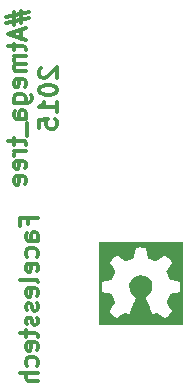
<source format=gbo>
G04 #@! TF.FileFunction,Legend,Bot*
%FSLAX46Y46*%
G04 Gerber Fmt 4.6, Leading zero omitted, Abs format (unit mm)*
G04 Created by KiCad (PCBNEW 4.0.0-rc2-stable) date Sat 14 Nov 2015 14:56:29 GMT*
%MOMM*%
G01*
G04 APERTURE LIST*
%ADD10C,0.100000*%
%ADD11C,0.300000*%
%ADD12C,0.002540*%
G04 APERTURE END LIST*
D10*
D11*
X149435429Y-93694572D02*
X149364000Y-93766001D01*
X149292571Y-93908858D01*
X149292571Y-94266001D01*
X149364000Y-94408858D01*
X149435429Y-94480287D01*
X149578286Y-94551715D01*
X149721143Y-94551715D01*
X149935429Y-94480287D01*
X150792571Y-93623144D01*
X150792571Y-94551715D01*
X149292571Y-95480286D02*
X149292571Y-95623143D01*
X149364000Y-95766000D01*
X149435429Y-95837429D01*
X149578286Y-95908858D01*
X149864000Y-95980286D01*
X150221143Y-95980286D01*
X150506857Y-95908858D01*
X150649714Y-95837429D01*
X150721143Y-95766000D01*
X150792571Y-95623143D01*
X150792571Y-95480286D01*
X150721143Y-95337429D01*
X150649714Y-95266000D01*
X150506857Y-95194572D01*
X150221143Y-95123143D01*
X149864000Y-95123143D01*
X149578286Y-95194572D01*
X149435429Y-95266000D01*
X149364000Y-95337429D01*
X149292571Y-95480286D01*
X150792571Y-97408857D02*
X150792571Y-96551714D01*
X150792571Y-96980286D02*
X149292571Y-96980286D01*
X149506857Y-96837429D01*
X149649714Y-96694571D01*
X149721143Y-96551714D01*
X149292571Y-98766000D02*
X149292571Y-98051714D01*
X150006857Y-97980285D01*
X149935429Y-98051714D01*
X149864000Y-98194571D01*
X149864000Y-98551714D01*
X149935429Y-98694571D01*
X150006857Y-98766000D01*
X150149714Y-98837428D01*
X150506857Y-98837428D01*
X150649714Y-98766000D01*
X150721143Y-98694571D01*
X150792571Y-98551714D01*
X150792571Y-98194571D01*
X150721143Y-98051714D01*
X150649714Y-97980285D01*
X148355857Y-106891144D02*
X148355857Y-106391144D01*
X149141571Y-106391144D02*
X147641571Y-106391144D01*
X147641571Y-107105430D01*
X149141571Y-108319715D02*
X148355857Y-108319715D01*
X148213000Y-108248286D01*
X148141571Y-108105429D01*
X148141571Y-107819715D01*
X148213000Y-107676858D01*
X149070143Y-108319715D02*
X149141571Y-108176858D01*
X149141571Y-107819715D01*
X149070143Y-107676858D01*
X148927286Y-107605429D01*
X148784429Y-107605429D01*
X148641571Y-107676858D01*
X148570143Y-107819715D01*
X148570143Y-108176858D01*
X148498714Y-108319715D01*
X149070143Y-109676858D02*
X149141571Y-109534001D01*
X149141571Y-109248287D01*
X149070143Y-109105429D01*
X148998714Y-109034001D01*
X148855857Y-108962572D01*
X148427286Y-108962572D01*
X148284429Y-109034001D01*
X148213000Y-109105429D01*
X148141571Y-109248287D01*
X148141571Y-109534001D01*
X148213000Y-109676858D01*
X149070143Y-110891143D02*
X149141571Y-110748286D01*
X149141571Y-110462572D01*
X149070143Y-110319715D01*
X148927286Y-110248286D01*
X148355857Y-110248286D01*
X148213000Y-110319715D01*
X148141571Y-110462572D01*
X148141571Y-110748286D01*
X148213000Y-110891143D01*
X148355857Y-110962572D01*
X148498714Y-110962572D01*
X148641571Y-110248286D01*
X149141571Y-111819715D02*
X149070143Y-111676857D01*
X148927286Y-111605429D01*
X147641571Y-111605429D01*
X149070143Y-112962571D02*
X149141571Y-112819714D01*
X149141571Y-112534000D01*
X149070143Y-112391143D01*
X148927286Y-112319714D01*
X148355857Y-112319714D01*
X148213000Y-112391143D01*
X148141571Y-112534000D01*
X148141571Y-112819714D01*
X148213000Y-112962571D01*
X148355857Y-113034000D01*
X148498714Y-113034000D01*
X148641571Y-112319714D01*
X149070143Y-113605428D02*
X149141571Y-113748285D01*
X149141571Y-114034000D01*
X149070143Y-114176857D01*
X148927286Y-114248285D01*
X148855857Y-114248285D01*
X148713000Y-114176857D01*
X148641571Y-114034000D01*
X148641571Y-113819714D01*
X148570143Y-113676857D01*
X148427286Y-113605428D01*
X148355857Y-113605428D01*
X148213000Y-113676857D01*
X148141571Y-113819714D01*
X148141571Y-114034000D01*
X148213000Y-114176857D01*
X149070143Y-114819714D02*
X149141571Y-114962571D01*
X149141571Y-115248286D01*
X149070143Y-115391143D01*
X148927286Y-115462571D01*
X148855857Y-115462571D01*
X148713000Y-115391143D01*
X148641571Y-115248286D01*
X148641571Y-115034000D01*
X148570143Y-114891143D01*
X148427286Y-114819714D01*
X148355857Y-114819714D01*
X148213000Y-114891143D01*
X148141571Y-115034000D01*
X148141571Y-115248286D01*
X148213000Y-115391143D01*
X148141571Y-115891143D02*
X148141571Y-116462572D01*
X147641571Y-116105429D02*
X148927286Y-116105429D01*
X149070143Y-116176857D01*
X149141571Y-116319715D01*
X149141571Y-116462572D01*
X149070143Y-117534000D02*
X149141571Y-117391143D01*
X149141571Y-117105429D01*
X149070143Y-116962572D01*
X148927286Y-116891143D01*
X148355857Y-116891143D01*
X148213000Y-116962572D01*
X148141571Y-117105429D01*
X148141571Y-117391143D01*
X148213000Y-117534000D01*
X148355857Y-117605429D01*
X148498714Y-117605429D01*
X148641571Y-116891143D01*
X149070143Y-118891143D02*
X149141571Y-118748286D01*
X149141571Y-118462572D01*
X149070143Y-118319714D01*
X148998714Y-118248286D01*
X148855857Y-118176857D01*
X148427286Y-118176857D01*
X148284429Y-118248286D01*
X148213000Y-118319714D01*
X148141571Y-118462572D01*
X148141571Y-118748286D01*
X148213000Y-118891143D01*
X149141571Y-119534000D02*
X147641571Y-119534000D01*
X149141571Y-120176857D02*
X148355857Y-120176857D01*
X148213000Y-120105428D01*
X148141571Y-119962571D01*
X148141571Y-119748286D01*
X148213000Y-119605428D01*
X148284429Y-119534000D01*
X147125571Y-88980286D02*
X147125571Y-90051715D01*
X146482714Y-89408858D02*
X148411286Y-88980286D01*
X147768429Y-89908858D02*
X147768429Y-88837429D01*
X148411286Y-89480286D02*
X146482714Y-89908858D01*
X147697000Y-90480286D02*
X147697000Y-91194572D01*
X148125571Y-90337429D02*
X146625571Y-90837429D01*
X148125571Y-91337429D01*
X147125571Y-91623143D02*
X147125571Y-92194572D01*
X146625571Y-91837429D02*
X147911286Y-91837429D01*
X148054143Y-91908857D01*
X148125571Y-92051715D01*
X148125571Y-92194572D01*
X148125571Y-92694572D02*
X147125571Y-92694572D01*
X147268429Y-92694572D02*
X147197000Y-92766000D01*
X147125571Y-92908858D01*
X147125571Y-93123143D01*
X147197000Y-93266000D01*
X147339857Y-93337429D01*
X148125571Y-93337429D01*
X147339857Y-93337429D02*
X147197000Y-93408858D01*
X147125571Y-93551715D01*
X147125571Y-93766000D01*
X147197000Y-93908858D01*
X147339857Y-93980286D01*
X148125571Y-93980286D01*
X148054143Y-95266000D02*
X148125571Y-95123143D01*
X148125571Y-94837429D01*
X148054143Y-94694572D01*
X147911286Y-94623143D01*
X147339857Y-94623143D01*
X147197000Y-94694572D01*
X147125571Y-94837429D01*
X147125571Y-95123143D01*
X147197000Y-95266000D01*
X147339857Y-95337429D01*
X147482714Y-95337429D01*
X147625571Y-94623143D01*
X147125571Y-96623143D02*
X148339857Y-96623143D01*
X148482714Y-96551714D01*
X148554143Y-96480286D01*
X148625571Y-96337429D01*
X148625571Y-96123143D01*
X148554143Y-95980286D01*
X148054143Y-96623143D02*
X148125571Y-96480286D01*
X148125571Y-96194572D01*
X148054143Y-96051714D01*
X147982714Y-95980286D01*
X147839857Y-95908857D01*
X147411286Y-95908857D01*
X147268429Y-95980286D01*
X147197000Y-96051714D01*
X147125571Y-96194572D01*
X147125571Y-96480286D01*
X147197000Y-96623143D01*
X148125571Y-97980286D02*
X147339857Y-97980286D01*
X147197000Y-97908857D01*
X147125571Y-97766000D01*
X147125571Y-97480286D01*
X147197000Y-97337429D01*
X148054143Y-97980286D02*
X148125571Y-97837429D01*
X148125571Y-97480286D01*
X148054143Y-97337429D01*
X147911286Y-97266000D01*
X147768429Y-97266000D01*
X147625571Y-97337429D01*
X147554143Y-97480286D01*
X147554143Y-97837429D01*
X147482714Y-97980286D01*
X148268429Y-98337429D02*
X148268429Y-99480286D01*
X147125571Y-99623143D02*
X147125571Y-100194572D01*
X146625571Y-99837429D02*
X147911286Y-99837429D01*
X148054143Y-99908857D01*
X148125571Y-100051715D01*
X148125571Y-100194572D01*
X148125571Y-100694572D02*
X147125571Y-100694572D01*
X147411286Y-100694572D02*
X147268429Y-100766000D01*
X147197000Y-100837429D01*
X147125571Y-100980286D01*
X147125571Y-101123143D01*
X148054143Y-102194571D02*
X148125571Y-102051714D01*
X148125571Y-101766000D01*
X148054143Y-101623143D01*
X147911286Y-101551714D01*
X147339857Y-101551714D01*
X147197000Y-101623143D01*
X147125571Y-101766000D01*
X147125571Y-102051714D01*
X147197000Y-102194571D01*
X147339857Y-102266000D01*
X147482714Y-102266000D01*
X147625571Y-101551714D01*
X148054143Y-103480285D02*
X148125571Y-103337428D01*
X148125571Y-103051714D01*
X148054143Y-102908857D01*
X147911286Y-102837428D01*
X147339857Y-102837428D01*
X147197000Y-102908857D01*
X147125571Y-103051714D01*
X147125571Y-103337428D01*
X147197000Y-103480285D01*
X147339857Y-103551714D01*
X147482714Y-103551714D01*
X147625571Y-102837428D01*
D12*
G36*
X154360880Y-115387120D02*
X154470100Y-115387120D01*
X154470100Y-112318800D01*
X154470100Y-112181640D01*
X154470100Y-112036860D01*
X154470100Y-111925100D01*
X154472640Y-111841280D01*
X154475180Y-111782860D01*
X154480260Y-111744760D01*
X154485340Y-111721900D01*
X154492960Y-111714280D01*
X154518360Y-111709200D01*
X154571700Y-111696500D01*
X154650440Y-111681260D01*
X154749500Y-111660940D01*
X154861260Y-111640620D01*
X154934920Y-111627920D01*
X155051760Y-111605060D01*
X155158440Y-111584740D01*
X155247340Y-111566960D01*
X155313380Y-111551720D01*
X155351480Y-111544100D01*
X155361640Y-111539020D01*
X155371800Y-111518700D01*
X155394660Y-111470440D01*
X155425140Y-111401860D01*
X155460700Y-111320580D01*
X155498800Y-111231680D01*
X155536900Y-111140240D01*
X155572460Y-111053880D01*
X155602940Y-110980220D01*
X155623260Y-110924340D01*
X155635960Y-110891320D01*
X155635960Y-110888780D01*
X155625800Y-110863380D01*
X155600400Y-110815120D01*
X155559760Y-110754160D01*
X155521660Y-110695740D01*
X155409900Y-110538260D01*
X155321000Y-110406180D01*
X155252420Y-110302040D01*
X155201620Y-110223300D01*
X155168600Y-110167420D01*
X155153360Y-110134400D01*
X155150820Y-110129320D01*
X155163520Y-110109000D01*
X155196540Y-110068360D01*
X155247340Y-110012480D01*
X155313380Y-109943900D01*
X155384500Y-109867700D01*
X155463240Y-109788960D01*
X155541980Y-109710220D01*
X155615640Y-109636560D01*
X155681680Y-109573060D01*
X155735020Y-109522260D01*
X155773120Y-109491780D01*
X155788360Y-109481620D01*
X155808680Y-109491780D01*
X155854400Y-109519720D01*
X155920440Y-109560360D01*
X156001720Y-109616240D01*
X156098240Y-109679740D01*
X156174440Y-109733080D01*
X156278580Y-109801660D01*
X156370020Y-109865160D01*
X156448760Y-109915960D01*
X156509720Y-109954060D01*
X156550360Y-109976920D01*
X156563060Y-109984540D01*
X156588460Y-109976920D01*
X156641800Y-109959140D01*
X156712920Y-109931200D01*
X156796740Y-109895640D01*
X156888180Y-109860080D01*
X156977080Y-109819440D01*
X157058360Y-109783880D01*
X157126940Y-109750860D01*
X157175200Y-109728000D01*
X157198060Y-109712760D01*
X157198060Y-109712760D01*
X157205680Y-109687360D01*
X157218380Y-109634020D01*
X157233620Y-109555280D01*
X157253940Y-109456220D01*
X157274260Y-109344460D01*
X157286960Y-109283500D01*
X157307280Y-109166660D01*
X157330140Y-109057440D01*
X157347920Y-108966000D01*
X157363160Y-108894880D01*
X157373320Y-108849160D01*
X157375860Y-108839000D01*
X157383480Y-108826300D01*
X157391100Y-108818680D01*
X157408880Y-108811060D01*
X157436820Y-108805980D01*
X157480000Y-108803440D01*
X157543500Y-108800900D01*
X157632400Y-108800900D01*
X157749240Y-108798360D01*
X157840680Y-108798360D01*
X157970220Y-108800900D01*
X158084520Y-108800900D01*
X158178500Y-108805980D01*
X158249620Y-108808520D01*
X158290260Y-108813600D01*
X158300420Y-108816140D01*
X158305500Y-108836460D01*
X158318200Y-108889800D01*
X158333440Y-108966000D01*
X158353760Y-109065060D01*
X158374080Y-109176820D01*
X158391860Y-109270800D01*
X158414720Y-109390180D01*
X158437580Y-109501940D01*
X158457900Y-109595920D01*
X158475680Y-109667040D01*
X158488380Y-109712760D01*
X158496000Y-109725460D01*
X158521400Y-109743240D01*
X158572200Y-109766100D01*
X158643320Y-109796580D01*
X158727140Y-109832140D01*
X158818580Y-109867700D01*
X158907480Y-109903260D01*
X158991300Y-109936280D01*
X159062420Y-109959140D01*
X159113220Y-109974380D01*
X159136080Y-109979460D01*
X159156400Y-109966760D01*
X159204660Y-109936280D01*
X159270700Y-109893100D01*
X159354520Y-109837220D01*
X159451040Y-109773720D01*
X159517080Y-109725460D01*
X159618680Y-109656880D01*
X159707580Y-109595920D01*
X159786320Y-109545120D01*
X159847280Y-109507020D01*
X159882840Y-109486700D01*
X159893000Y-109481620D01*
X159913320Y-109494320D01*
X159953960Y-109527340D01*
X160009840Y-109580680D01*
X160080960Y-109649260D01*
X160164780Y-109730540D01*
X160228280Y-109794040D01*
X160332420Y-109898180D01*
X160413700Y-109982000D01*
X160472120Y-110045500D01*
X160507680Y-110091220D01*
X160528000Y-110121700D01*
X160530540Y-110139480D01*
X160517840Y-110162340D01*
X160489900Y-110210600D01*
X160444180Y-110281720D01*
X160388300Y-110365540D01*
X160324800Y-110459520D01*
X160286700Y-110515400D01*
X160220660Y-110614460D01*
X160159700Y-110705900D01*
X160108900Y-110784640D01*
X160073340Y-110843060D01*
X160053020Y-110881160D01*
X160050480Y-110891320D01*
X160058100Y-110916720D01*
X160075880Y-110967520D01*
X160103820Y-111038640D01*
X160139380Y-111122460D01*
X160174940Y-111213900D01*
X160213040Y-111305340D01*
X160251140Y-111386620D01*
X160281620Y-111457740D01*
X160307020Y-111508540D01*
X160319720Y-111533940D01*
X160319720Y-111533940D01*
X160342580Y-111541560D01*
X160393380Y-111554260D01*
X160469580Y-111572040D01*
X160566100Y-111592360D01*
X160677860Y-111612680D01*
X160751520Y-111627920D01*
X160870900Y-111650780D01*
X160977580Y-111671100D01*
X161069020Y-111688880D01*
X161140140Y-111701580D01*
X161183320Y-111711740D01*
X161193480Y-111714280D01*
X161201100Y-111734600D01*
X161208720Y-111785400D01*
X161211260Y-111859060D01*
X161216340Y-111950500D01*
X161218880Y-112057180D01*
X161218880Y-112166400D01*
X161218880Y-112278160D01*
X161218880Y-112384840D01*
X161213800Y-112478820D01*
X161208720Y-112557560D01*
X161203640Y-112610900D01*
X161196020Y-112636300D01*
X161196020Y-112636300D01*
X161170620Y-112643920D01*
X161117280Y-112656620D01*
X161041080Y-112674400D01*
X160942020Y-112694720D01*
X160830260Y-112715040D01*
X160769300Y-112727740D01*
X160655000Y-112748060D01*
X160548320Y-112770920D01*
X160459420Y-112791240D01*
X160393380Y-112806480D01*
X160352740Y-112819180D01*
X160345120Y-112824260D01*
X160332420Y-112847120D01*
X160309560Y-112897920D01*
X160279080Y-112969040D01*
X160240980Y-113052860D01*
X160205420Y-113146840D01*
X160167320Y-113240820D01*
X160131760Y-113329720D01*
X160101280Y-113405920D01*
X160080960Y-113466880D01*
X160070800Y-113502440D01*
X160068260Y-113507520D01*
X160078420Y-113527840D01*
X160106360Y-113573560D01*
X160149540Y-113639600D01*
X160202880Y-113720880D01*
X160266380Y-113814860D01*
X160301940Y-113865660D01*
X160370520Y-113964720D01*
X160428940Y-114053620D01*
X160477200Y-114132360D01*
X160512760Y-114190780D01*
X160533080Y-114226340D01*
X160535620Y-114236500D01*
X160522920Y-114254280D01*
X160489900Y-114294920D01*
X160439100Y-114350800D01*
X160375600Y-114419380D01*
X160301940Y-114495580D01*
X160225740Y-114574320D01*
X160147000Y-114653060D01*
X160073340Y-114726720D01*
X160007300Y-114790220D01*
X159953960Y-114841020D01*
X159918400Y-114874040D01*
X159900620Y-114884200D01*
X159882840Y-114874040D01*
X159839660Y-114848640D01*
X159776160Y-114805460D01*
X159694880Y-114752120D01*
X159603440Y-114688620D01*
X159547560Y-114650520D01*
X159448500Y-114584480D01*
X159359600Y-114526060D01*
X159283400Y-114475260D01*
X159224980Y-114439700D01*
X159189420Y-114419380D01*
X159181800Y-114416840D01*
X159156400Y-114424460D01*
X159108140Y-114447320D01*
X159044640Y-114477800D01*
X159001460Y-114500660D01*
X158925260Y-114538760D01*
X158874460Y-114561620D01*
X158836360Y-114561620D01*
X158808420Y-114538760D01*
X158783020Y-114490500D01*
X158750000Y-114409220D01*
X158744920Y-114399060D01*
X158724600Y-114350800D01*
X158694120Y-114272060D01*
X158653480Y-114173000D01*
X158605220Y-114053620D01*
X158549340Y-113924080D01*
X158493460Y-113784380D01*
X158455360Y-113695480D01*
X158399480Y-113560860D01*
X158348680Y-113433860D01*
X158305500Y-113324640D01*
X158267400Y-113230660D01*
X158239460Y-113159540D01*
X158224220Y-113113820D01*
X158219140Y-113101120D01*
X158234380Y-113078260D01*
X158269940Y-113042700D01*
X158323280Y-112999520D01*
X158346140Y-112981740D01*
X158496000Y-112857280D01*
X158610300Y-112725200D01*
X158694120Y-112585500D01*
X158747460Y-112433100D01*
X158772860Y-112262920D01*
X158775400Y-112171480D01*
X158760160Y-111988600D01*
X158711900Y-111820960D01*
X158628080Y-111666020D01*
X158513780Y-111526320D01*
X158470600Y-111485680D01*
X158325820Y-111379000D01*
X158168340Y-111302800D01*
X158003240Y-111257080D01*
X157835600Y-111244380D01*
X157665420Y-111259620D01*
X157502860Y-111307880D01*
X157347920Y-111384080D01*
X157208220Y-111493300D01*
X157159960Y-111539020D01*
X157045660Y-111683800D01*
X156966920Y-111836200D01*
X156918660Y-112001300D01*
X156903420Y-112181640D01*
X156903420Y-112184180D01*
X156921200Y-112364520D01*
X156969460Y-112534700D01*
X157050740Y-112689640D01*
X157167580Y-112831880D01*
X157314900Y-112963960D01*
X157355540Y-112994440D01*
X157408880Y-113035080D01*
X157446980Y-113070640D01*
X157464760Y-113096040D01*
X157467300Y-113098580D01*
X157459680Y-113123980D01*
X157441900Y-113174780D01*
X157413960Y-113243360D01*
X157380940Y-113324640D01*
X157378400Y-113334800D01*
X157347920Y-113408460D01*
X157304740Y-113507520D01*
X157256480Y-113626900D01*
X157200600Y-113758980D01*
X157142180Y-113898680D01*
X157086300Y-114038380D01*
X157081220Y-114048540D01*
X157027880Y-114175540D01*
X156979620Y-114289840D01*
X156936440Y-114391440D01*
X156900880Y-114472720D01*
X156875480Y-114531140D01*
X156860240Y-114564160D01*
X156857700Y-114566700D01*
X156834840Y-114566700D01*
X156789120Y-114548920D01*
X156723080Y-114520980D01*
X156682440Y-114500660D01*
X156611320Y-114465100D01*
X156552900Y-114437160D01*
X156512260Y-114419380D01*
X156499560Y-114416840D01*
X156479240Y-114427000D01*
X156433520Y-114454940D01*
X156367480Y-114495580D01*
X156286200Y-114548920D01*
X156194760Y-114612420D01*
X156166820Y-114630200D01*
X156072840Y-114696240D01*
X155983940Y-114754660D01*
X155910280Y-114805460D01*
X155854400Y-114841020D01*
X155821380Y-114863880D01*
X155816300Y-114866420D01*
X155801060Y-114871500D01*
X155785820Y-114868960D01*
X155765500Y-114858800D01*
X155735020Y-114838480D01*
X155694380Y-114800380D01*
X155635960Y-114747040D01*
X155562300Y-114673380D01*
X155463240Y-114576860D01*
X155463240Y-114576860D01*
X155371800Y-114482880D01*
X155290520Y-114399060D01*
X155227020Y-114330480D01*
X155178760Y-114274600D01*
X155155900Y-114241580D01*
X155150820Y-114233960D01*
X155160980Y-114208560D01*
X155188920Y-114160300D01*
X155229560Y-114091720D01*
X155285440Y-114007900D01*
X155348940Y-113913920D01*
X155384500Y-113860580D01*
X155450540Y-113764060D01*
X155508960Y-113675160D01*
X155559760Y-113601500D01*
X155595320Y-113545620D01*
X155615640Y-113512600D01*
X155618180Y-113507520D01*
X155610560Y-113484660D01*
X155592780Y-113433860D01*
X155564840Y-113365280D01*
X155534360Y-113281460D01*
X155496260Y-113190020D01*
X155458160Y-113098580D01*
X155422600Y-113009680D01*
X155389580Y-112930940D01*
X155364180Y-112872520D01*
X155346400Y-112836960D01*
X155343860Y-112831880D01*
X155328620Y-112819180D01*
X155295600Y-112809020D01*
X155244800Y-112793780D01*
X155171140Y-112776000D01*
X155074620Y-112755680D01*
X154947620Y-112732820D01*
X154790140Y-112702340D01*
X154693620Y-112684560D01*
X154617420Y-112671860D01*
X154553920Y-112659160D01*
X154510740Y-112649000D01*
X154500580Y-112646460D01*
X154490420Y-112641380D01*
X154482800Y-112631220D01*
X154477720Y-112605820D01*
X154475180Y-112567720D01*
X154472640Y-112509300D01*
X154470100Y-112428020D01*
X154470100Y-112318800D01*
X154470100Y-115387120D01*
X157861000Y-115387120D01*
X161361120Y-115387120D01*
X161361120Y-111887000D01*
X161361120Y-108386880D01*
X157861000Y-108386880D01*
X154360880Y-108386880D01*
X154360880Y-111887000D01*
X154360880Y-115387120D01*
X154360880Y-115387120D01*
X154360880Y-115387120D01*
G37*
X154360880Y-115387120D02*
X154470100Y-115387120D01*
X154470100Y-112318800D01*
X154470100Y-112181640D01*
X154470100Y-112036860D01*
X154470100Y-111925100D01*
X154472640Y-111841280D01*
X154475180Y-111782860D01*
X154480260Y-111744760D01*
X154485340Y-111721900D01*
X154492960Y-111714280D01*
X154518360Y-111709200D01*
X154571700Y-111696500D01*
X154650440Y-111681260D01*
X154749500Y-111660940D01*
X154861260Y-111640620D01*
X154934920Y-111627920D01*
X155051760Y-111605060D01*
X155158440Y-111584740D01*
X155247340Y-111566960D01*
X155313380Y-111551720D01*
X155351480Y-111544100D01*
X155361640Y-111539020D01*
X155371800Y-111518700D01*
X155394660Y-111470440D01*
X155425140Y-111401860D01*
X155460700Y-111320580D01*
X155498800Y-111231680D01*
X155536900Y-111140240D01*
X155572460Y-111053880D01*
X155602940Y-110980220D01*
X155623260Y-110924340D01*
X155635960Y-110891320D01*
X155635960Y-110888780D01*
X155625800Y-110863380D01*
X155600400Y-110815120D01*
X155559760Y-110754160D01*
X155521660Y-110695740D01*
X155409900Y-110538260D01*
X155321000Y-110406180D01*
X155252420Y-110302040D01*
X155201620Y-110223300D01*
X155168600Y-110167420D01*
X155153360Y-110134400D01*
X155150820Y-110129320D01*
X155163520Y-110109000D01*
X155196540Y-110068360D01*
X155247340Y-110012480D01*
X155313380Y-109943900D01*
X155384500Y-109867700D01*
X155463240Y-109788960D01*
X155541980Y-109710220D01*
X155615640Y-109636560D01*
X155681680Y-109573060D01*
X155735020Y-109522260D01*
X155773120Y-109491780D01*
X155788360Y-109481620D01*
X155808680Y-109491780D01*
X155854400Y-109519720D01*
X155920440Y-109560360D01*
X156001720Y-109616240D01*
X156098240Y-109679740D01*
X156174440Y-109733080D01*
X156278580Y-109801660D01*
X156370020Y-109865160D01*
X156448760Y-109915960D01*
X156509720Y-109954060D01*
X156550360Y-109976920D01*
X156563060Y-109984540D01*
X156588460Y-109976920D01*
X156641800Y-109959140D01*
X156712920Y-109931200D01*
X156796740Y-109895640D01*
X156888180Y-109860080D01*
X156977080Y-109819440D01*
X157058360Y-109783880D01*
X157126940Y-109750860D01*
X157175200Y-109728000D01*
X157198060Y-109712760D01*
X157198060Y-109712760D01*
X157205680Y-109687360D01*
X157218380Y-109634020D01*
X157233620Y-109555280D01*
X157253940Y-109456220D01*
X157274260Y-109344460D01*
X157286960Y-109283500D01*
X157307280Y-109166660D01*
X157330140Y-109057440D01*
X157347920Y-108966000D01*
X157363160Y-108894880D01*
X157373320Y-108849160D01*
X157375860Y-108839000D01*
X157383480Y-108826300D01*
X157391100Y-108818680D01*
X157408880Y-108811060D01*
X157436820Y-108805980D01*
X157480000Y-108803440D01*
X157543500Y-108800900D01*
X157632400Y-108800900D01*
X157749240Y-108798360D01*
X157840680Y-108798360D01*
X157970220Y-108800900D01*
X158084520Y-108800900D01*
X158178500Y-108805980D01*
X158249620Y-108808520D01*
X158290260Y-108813600D01*
X158300420Y-108816140D01*
X158305500Y-108836460D01*
X158318200Y-108889800D01*
X158333440Y-108966000D01*
X158353760Y-109065060D01*
X158374080Y-109176820D01*
X158391860Y-109270800D01*
X158414720Y-109390180D01*
X158437580Y-109501940D01*
X158457900Y-109595920D01*
X158475680Y-109667040D01*
X158488380Y-109712760D01*
X158496000Y-109725460D01*
X158521400Y-109743240D01*
X158572200Y-109766100D01*
X158643320Y-109796580D01*
X158727140Y-109832140D01*
X158818580Y-109867700D01*
X158907480Y-109903260D01*
X158991300Y-109936280D01*
X159062420Y-109959140D01*
X159113220Y-109974380D01*
X159136080Y-109979460D01*
X159156400Y-109966760D01*
X159204660Y-109936280D01*
X159270700Y-109893100D01*
X159354520Y-109837220D01*
X159451040Y-109773720D01*
X159517080Y-109725460D01*
X159618680Y-109656880D01*
X159707580Y-109595920D01*
X159786320Y-109545120D01*
X159847280Y-109507020D01*
X159882840Y-109486700D01*
X159893000Y-109481620D01*
X159913320Y-109494320D01*
X159953960Y-109527340D01*
X160009840Y-109580680D01*
X160080960Y-109649260D01*
X160164780Y-109730540D01*
X160228280Y-109794040D01*
X160332420Y-109898180D01*
X160413700Y-109982000D01*
X160472120Y-110045500D01*
X160507680Y-110091220D01*
X160528000Y-110121700D01*
X160530540Y-110139480D01*
X160517840Y-110162340D01*
X160489900Y-110210600D01*
X160444180Y-110281720D01*
X160388300Y-110365540D01*
X160324800Y-110459520D01*
X160286700Y-110515400D01*
X160220660Y-110614460D01*
X160159700Y-110705900D01*
X160108900Y-110784640D01*
X160073340Y-110843060D01*
X160053020Y-110881160D01*
X160050480Y-110891320D01*
X160058100Y-110916720D01*
X160075880Y-110967520D01*
X160103820Y-111038640D01*
X160139380Y-111122460D01*
X160174940Y-111213900D01*
X160213040Y-111305340D01*
X160251140Y-111386620D01*
X160281620Y-111457740D01*
X160307020Y-111508540D01*
X160319720Y-111533940D01*
X160319720Y-111533940D01*
X160342580Y-111541560D01*
X160393380Y-111554260D01*
X160469580Y-111572040D01*
X160566100Y-111592360D01*
X160677860Y-111612680D01*
X160751520Y-111627920D01*
X160870900Y-111650780D01*
X160977580Y-111671100D01*
X161069020Y-111688880D01*
X161140140Y-111701580D01*
X161183320Y-111711740D01*
X161193480Y-111714280D01*
X161201100Y-111734600D01*
X161208720Y-111785400D01*
X161211260Y-111859060D01*
X161216340Y-111950500D01*
X161218880Y-112057180D01*
X161218880Y-112166400D01*
X161218880Y-112278160D01*
X161218880Y-112384840D01*
X161213800Y-112478820D01*
X161208720Y-112557560D01*
X161203640Y-112610900D01*
X161196020Y-112636300D01*
X161196020Y-112636300D01*
X161170620Y-112643920D01*
X161117280Y-112656620D01*
X161041080Y-112674400D01*
X160942020Y-112694720D01*
X160830260Y-112715040D01*
X160769300Y-112727740D01*
X160655000Y-112748060D01*
X160548320Y-112770920D01*
X160459420Y-112791240D01*
X160393380Y-112806480D01*
X160352740Y-112819180D01*
X160345120Y-112824260D01*
X160332420Y-112847120D01*
X160309560Y-112897920D01*
X160279080Y-112969040D01*
X160240980Y-113052860D01*
X160205420Y-113146840D01*
X160167320Y-113240820D01*
X160131760Y-113329720D01*
X160101280Y-113405920D01*
X160080960Y-113466880D01*
X160070800Y-113502440D01*
X160068260Y-113507520D01*
X160078420Y-113527840D01*
X160106360Y-113573560D01*
X160149540Y-113639600D01*
X160202880Y-113720880D01*
X160266380Y-113814860D01*
X160301940Y-113865660D01*
X160370520Y-113964720D01*
X160428940Y-114053620D01*
X160477200Y-114132360D01*
X160512760Y-114190780D01*
X160533080Y-114226340D01*
X160535620Y-114236500D01*
X160522920Y-114254280D01*
X160489900Y-114294920D01*
X160439100Y-114350800D01*
X160375600Y-114419380D01*
X160301940Y-114495580D01*
X160225740Y-114574320D01*
X160147000Y-114653060D01*
X160073340Y-114726720D01*
X160007300Y-114790220D01*
X159953960Y-114841020D01*
X159918400Y-114874040D01*
X159900620Y-114884200D01*
X159882840Y-114874040D01*
X159839660Y-114848640D01*
X159776160Y-114805460D01*
X159694880Y-114752120D01*
X159603440Y-114688620D01*
X159547560Y-114650520D01*
X159448500Y-114584480D01*
X159359600Y-114526060D01*
X159283400Y-114475260D01*
X159224980Y-114439700D01*
X159189420Y-114419380D01*
X159181800Y-114416840D01*
X159156400Y-114424460D01*
X159108140Y-114447320D01*
X159044640Y-114477800D01*
X159001460Y-114500660D01*
X158925260Y-114538760D01*
X158874460Y-114561620D01*
X158836360Y-114561620D01*
X158808420Y-114538760D01*
X158783020Y-114490500D01*
X158750000Y-114409220D01*
X158744920Y-114399060D01*
X158724600Y-114350800D01*
X158694120Y-114272060D01*
X158653480Y-114173000D01*
X158605220Y-114053620D01*
X158549340Y-113924080D01*
X158493460Y-113784380D01*
X158455360Y-113695480D01*
X158399480Y-113560860D01*
X158348680Y-113433860D01*
X158305500Y-113324640D01*
X158267400Y-113230660D01*
X158239460Y-113159540D01*
X158224220Y-113113820D01*
X158219140Y-113101120D01*
X158234380Y-113078260D01*
X158269940Y-113042700D01*
X158323280Y-112999520D01*
X158346140Y-112981740D01*
X158496000Y-112857280D01*
X158610300Y-112725200D01*
X158694120Y-112585500D01*
X158747460Y-112433100D01*
X158772860Y-112262920D01*
X158775400Y-112171480D01*
X158760160Y-111988600D01*
X158711900Y-111820960D01*
X158628080Y-111666020D01*
X158513780Y-111526320D01*
X158470600Y-111485680D01*
X158325820Y-111379000D01*
X158168340Y-111302800D01*
X158003240Y-111257080D01*
X157835600Y-111244380D01*
X157665420Y-111259620D01*
X157502860Y-111307880D01*
X157347920Y-111384080D01*
X157208220Y-111493300D01*
X157159960Y-111539020D01*
X157045660Y-111683800D01*
X156966920Y-111836200D01*
X156918660Y-112001300D01*
X156903420Y-112181640D01*
X156903420Y-112184180D01*
X156921200Y-112364520D01*
X156969460Y-112534700D01*
X157050740Y-112689640D01*
X157167580Y-112831880D01*
X157314900Y-112963960D01*
X157355540Y-112994440D01*
X157408880Y-113035080D01*
X157446980Y-113070640D01*
X157464760Y-113096040D01*
X157467300Y-113098580D01*
X157459680Y-113123980D01*
X157441900Y-113174780D01*
X157413960Y-113243360D01*
X157380940Y-113324640D01*
X157378400Y-113334800D01*
X157347920Y-113408460D01*
X157304740Y-113507520D01*
X157256480Y-113626900D01*
X157200600Y-113758980D01*
X157142180Y-113898680D01*
X157086300Y-114038380D01*
X157081220Y-114048540D01*
X157027880Y-114175540D01*
X156979620Y-114289840D01*
X156936440Y-114391440D01*
X156900880Y-114472720D01*
X156875480Y-114531140D01*
X156860240Y-114564160D01*
X156857700Y-114566700D01*
X156834840Y-114566700D01*
X156789120Y-114548920D01*
X156723080Y-114520980D01*
X156682440Y-114500660D01*
X156611320Y-114465100D01*
X156552900Y-114437160D01*
X156512260Y-114419380D01*
X156499560Y-114416840D01*
X156479240Y-114427000D01*
X156433520Y-114454940D01*
X156367480Y-114495580D01*
X156286200Y-114548920D01*
X156194760Y-114612420D01*
X156166820Y-114630200D01*
X156072840Y-114696240D01*
X155983940Y-114754660D01*
X155910280Y-114805460D01*
X155854400Y-114841020D01*
X155821380Y-114863880D01*
X155816300Y-114866420D01*
X155801060Y-114871500D01*
X155785820Y-114868960D01*
X155765500Y-114858800D01*
X155735020Y-114838480D01*
X155694380Y-114800380D01*
X155635960Y-114747040D01*
X155562300Y-114673380D01*
X155463240Y-114576860D01*
X155463240Y-114576860D01*
X155371800Y-114482880D01*
X155290520Y-114399060D01*
X155227020Y-114330480D01*
X155178760Y-114274600D01*
X155155900Y-114241580D01*
X155150820Y-114233960D01*
X155160980Y-114208560D01*
X155188920Y-114160300D01*
X155229560Y-114091720D01*
X155285440Y-114007900D01*
X155348940Y-113913920D01*
X155384500Y-113860580D01*
X155450540Y-113764060D01*
X155508960Y-113675160D01*
X155559760Y-113601500D01*
X155595320Y-113545620D01*
X155615640Y-113512600D01*
X155618180Y-113507520D01*
X155610560Y-113484660D01*
X155592780Y-113433860D01*
X155564840Y-113365280D01*
X155534360Y-113281460D01*
X155496260Y-113190020D01*
X155458160Y-113098580D01*
X155422600Y-113009680D01*
X155389580Y-112930940D01*
X155364180Y-112872520D01*
X155346400Y-112836960D01*
X155343860Y-112831880D01*
X155328620Y-112819180D01*
X155295600Y-112809020D01*
X155244800Y-112793780D01*
X155171140Y-112776000D01*
X155074620Y-112755680D01*
X154947620Y-112732820D01*
X154790140Y-112702340D01*
X154693620Y-112684560D01*
X154617420Y-112671860D01*
X154553920Y-112659160D01*
X154510740Y-112649000D01*
X154500580Y-112646460D01*
X154490420Y-112641380D01*
X154482800Y-112631220D01*
X154477720Y-112605820D01*
X154475180Y-112567720D01*
X154472640Y-112509300D01*
X154470100Y-112428020D01*
X154470100Y-112318800D01*
X154470100Y-115387120D01*
X157861000Y-115387120D01*
X161361120Y-115387120D01*
X161361120Y-111887000D01*
X161361120Y-108386880D01*
X157861000Y-108386880D01*
X154360880Y-108386880D01*
X154360880Y-111887000D01*
X154360880Y-115387120D01*
X154360880Y-115387120D01*
M02*

</source>
